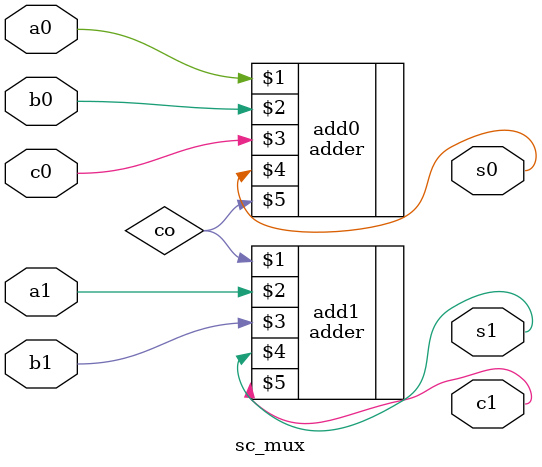
<source format=v>
`timescale 1ns/1ns

module sc_mux(input a1, a0, b1, b0, c0, output c1, s1, s0);
	wire co;
	adder add0(a0, b0, c0, s0, co), add1(co, a1, b1, s1, c1);
endmodule

</source>
